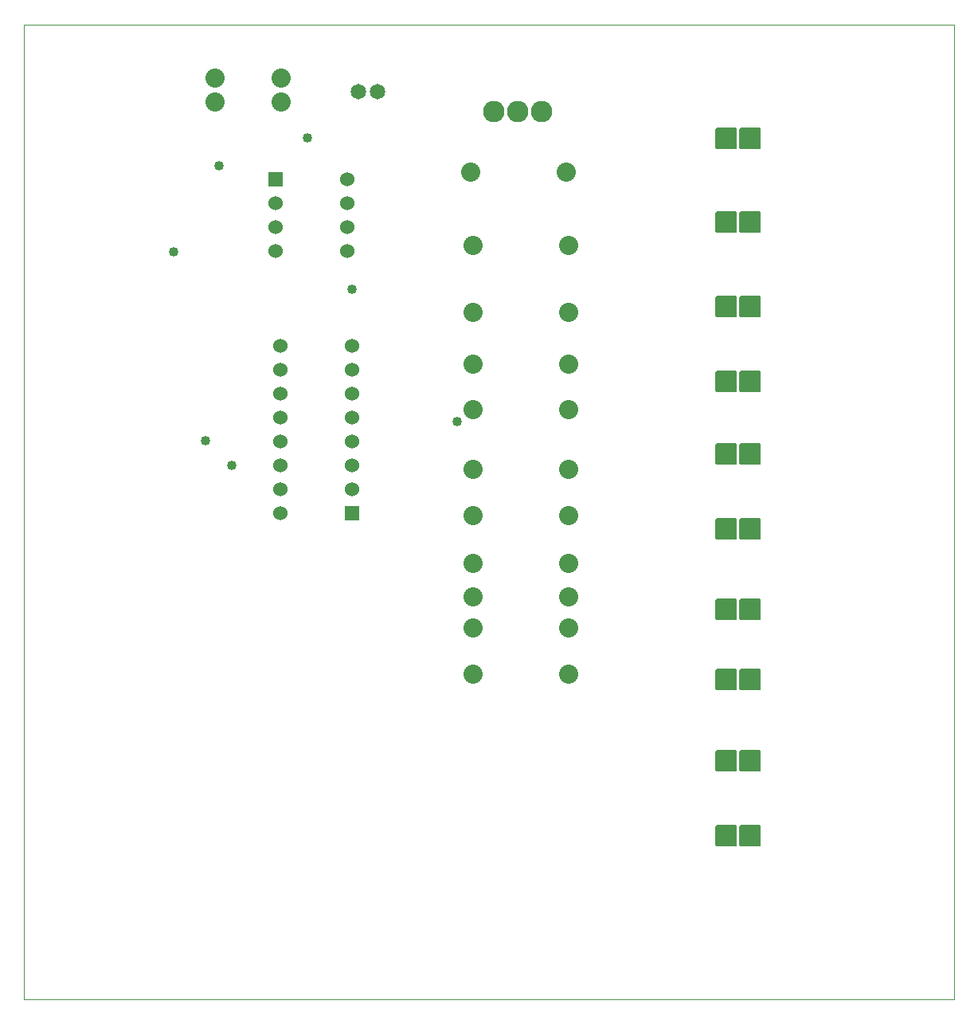
<source format=gbr>
G04 PROTEUS GERBER X2 FILE*
%TF.GenerationSoftware,Labcenter,Proteus,8.17-SP2-Build37159*%
%TF.CreationDate,2024-06-19T11:42:43+00:00*%
%TF.FileFunction,Soldermask,Top*%
%TF.FilePolarity,Negative*%
%TF.Part,Single*%
%TF.SameCoordinates,{1fde6796-616a-48bc-91c5-d9dd16b063df}*%
%FSLAX45Y45*%
%MOMM*%
G01*
%TA.AperFunction,Material*%
%ADD20C,1.016000*%
%AMPPAD013*
4,1,36,
0.762000,0.635000,
0.762000,-0.635000,
0.759420,-0.660590,
0.752020,-0.684430,
0.740310,-0.706000,
0.724800,-0.724800,
0.706000,-0.740310,
0.684430,-0.752020,
0.660590,-0.759420,
0.635000,-0.762000,
-0.635000,-0.762000,
-0.660590,-0.759420,
-0.684430,-0.752020,
-0.706000,-0.740310,
-0.724800,-0.724800,
-0.740310,-0.706000,
-0.752020,-0.684430,
-0.759420,-0.660590,
-0.762000,-0.635000,
-0.762000,0.635000,
-0.759420,0.660590,
-0.752020,0.684430,
-0.740310,0.706000,
-0.724800,0.724800,
-0.706000,0.740310,
-0.684430,0.752020,
-0.660590,0.759420,
-0.635000,0.762000,
0.635000,0.762000,
0.660590,0.759420,
0.684430,0.752020,
0.706000,0.740310,
0.724800,0.724800,
0.740310,0.706000,
0.752020,0.684430,
0.759420,0.660590,
0.762000,0.635000,
0*%
%TA.AperFunction,Material*%
%ADD21PPAD013*%
%ADD22C,1.524000*%
%TA.AperFunction,Material*%
%ADD23C,2.032000*%
%TA.AperFunction,Material*%
%ADD24C,2.286000*%
%AMPPAD017*
4,1,36,
-1.016000,1.143000,
1.016000,1.143000,
1.041590,1.140420,
1.065430,1.133020,
1.087000,1.121310,
1.105800,1.105800,
1.121310,1.087000,
1.133020,1.065430,
1.140420,1.041590,
1.143000,1.016000,
1.143000,-1.016000,
1.140420,-1.041590,
1.133020,-1.065430,
1.121310,-1.087000,
1.105800,-1.105800,
1.087000,-1.121310,
1.065430,-1.133020,
1.041590,-1.140420,
1.016000,-1.143000,
-1.016000,-1.143000,
-1.041590,-1.140420,
-1.065430,-1.133020,
-1.087000,-1.121310,
-1.105800,-1.105800,
-1.121310,-1.087000,
-1.133020,-1.065430,
-1.140420,-1.041590,
-1.143000,-1.016000,
-1.143000,1.016000,
-1.140420,1.041590,
-1.133020,1.065430,
-1.121310,1.087000,
-1.105800,1.105800,
-1.087000,1.121310,
-1.065430,1.133020,
-1.041590,1.140420,
-1.016000,1.143000,
0*%
%TA.AperFunction,Material*%
%ADD25PPAD017*%
%ADD26C,1.651000*%
%TA.AperFunction,Profile*%
%ADD18C,0.101600*%
%TD.AperFunction*%
D20*
X+90000Y+200000D03*
X-1032234Y+1603946D03*
X-2311610Y-267130D03*
X-2590000Y-10000D03*
X-2925622Y+2003288D03*
X-2446951Y+2916359D03*
X-1503445Y+3212416D03*
D21*
X-1841000Y+2770000D03*
D22*
X-1841000Y+2516000D03*
X-1841000Y+2262000D03*
X-1841000Y+2008000D03*
X-1079000Y+2008000D03*
X-1079000Y+2262000D03*
X-1079000Y+2516000D03*
X-1079000Y+2770000D03*
D23*
X-1780000Y+3592000D03*
X-1780000Y+3846000D03*
X-2490000Y+3848000D03*
X-2490000Y+3594000D03*
X+230000Y+2850000D03*
X+1246000Y+2850000D03*
D24*
X+476000Y+3490000D03*
X+984000Y+3490000D03*
X+730000Y+3490000D03*
D21*
X-1029000Y-780000D03*
D22*
X-1029000Y-526000D03*
X-1029000Y-272000D03*
X-1029000Y-18000D03*
X-1029000Y+236000D03*
X-1029000Y+490000D03*
X-1029000Y+744000D03*
X-1029000Y+998000D03*
X-1791000Y+998000D03*
X-1791000Y+744000D03*
X-1791000Y+490000D03*
X-1791000Y+236000D03*
X-1791000Y-18000D03*
X-1791000Y-272000D03*
X-1791000Y-526000D03*
X-1791000Y-780000D03*
D23*
X+260000Y+2070000D03*
X+1276000Y+2070000D03*
X+260000Y+1360000D03*
X+1276000Y+1360000D03*
X+260000Y+810000D03*
X+1276000Y+810000D03*
X+260000Y+320000D03*
X+1276000Y+320000D03*
X+260000Y-310000D03*
X+1276000Y-310000D03*
X+260000Y-800000D03*
X+1276000Y-800000D03*
X+260000Y-1310000D03*
X+1276000Y-1310000D03*
X+260000Y-2000000D03*
X+1276000Y-2000000D03*
X+260000Y-1670000D03*
X+1276000Y-1670000D03*
X+260000Y-2490000D03*
X+1276000Y-2490000D03*
D25*
X+2950000Y+3200000D03*
X+3204000Y+3200000D03*
X+2950000Y+2310000D03*
X+3204000Y+2310000D03*
X+2950000Y+1420000D03*
X+3204000Y+1420000D03*
X+2950000Y+620000D03*
X+3204000Y+620000D03*
X+2950000Y-150000D03*
X+3204000Y-150000D03*
X+2950000Y-950000D03*
X+3204000Y-950000D03*
X+2950000Y-1800000D03*
X+3204000Y-1800000D03*
X+2950000Y-2550000D03*
X+3204000Y-2550000D03*
X+2950000Y-3410000D03*
X+3204000Y-3410000D03*
X+2950000Y-4210000D03*
X+3204000Y-4210000D03*
D26*
X-960000Y+3700000D03*
X-760000Y+3700000D03*
D18*
X-4520000Y-5940000D02*
X+5370000Y-5940000D01*
X+5370000Y+4410000D01*
X-4520000Y+4410000D01*
X-4520000Y-5940000D01*
M02*

</source>
